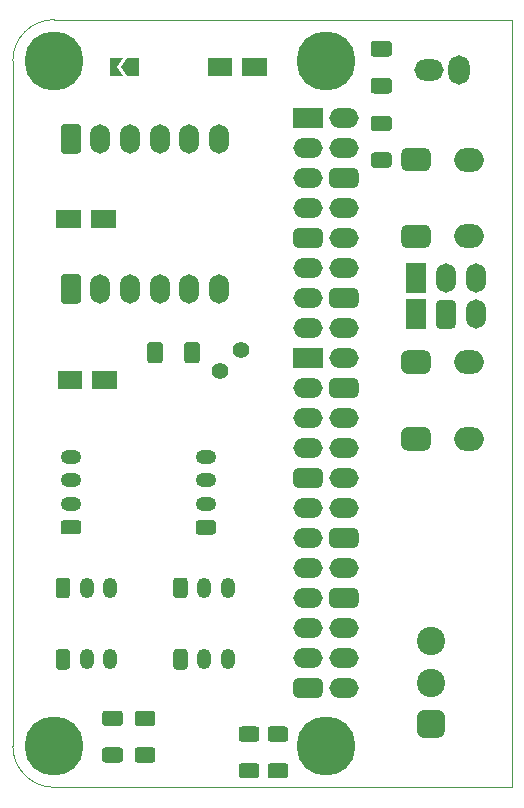
<source format=gbr>
%TF.GenerationSoftware,KiCad,Pcbnew,(5.1.7)-1*%
%TF.CreationDate,2020-11-30T22:01:16+01:00*%
%TF.ProjectId,zerosensor,7a65726f-7365-46e7-936f-722e6b696361,rev?*%
%TF.SameCoordinates,PX761e28cPY7a7afb0*%
%TF.FileFunction,Soldermask,Top*%
%TF.FilePolarity,Negative*%
%FSLAX46Y46*%
G04 Gerber Fmt 4.6, Leading zero omitted, Abs format (unit mm)*
G04 Created by KiCad (PCBNEW (5.1.7)-1) date 2020-11-30 22:01:16*
%MOMM*%
%LPD*%
G01*
G04 APERTURE LIST*
%TA.AperFunction,Profile*%
%ADD10C,0.050000*%
%TD*%
%ADD11O,1.200000X1.750000*%
%ADD12C,1.400000*%
%ADD13C,0.100000*%
%ADD14R,1.500000X1.500000*%
%ADD15O,2.500000X1.700000*%
%ADD16R,2.500000X1.700000*%
%ADD17O,1.750000X1.200000*%
%ADD18O,1.700000X2.500000*%
%ADD19O,2.500000X2.000000*%
%ADD20C,5.000000*%
%ADD21O,2.500000X1.800000*%
%ADD22O,1.800000X2.500000*%
%ADD23R,1.700000X2.500000*%
%ADD24C,2.400000*%
G04 APERTURE END LIST*
D10*
X-38727500Y65000000D02*
G75*
G03*
X-42227500Y61500000I0J-3500000D01*
G01*
X-38727500Y0D02*
G75*
G02*
X-42227500Y3500000I0J3500000D01*
G01*
X2500Y0D02*
X-16997500Y0D01*
X2500Y65000000D02*
X2500Y0D01*
X-16997500Y65000000D02*
X2500Y65000000D01*
X-42227500Y3500000D02*
X-42227500Y61500000D01*
X-16997500Y0D02*
X-38727500Y0D01*
X-38727500Y65000000D02*
X-16997500Y65000000D01*
D11*
%TO.C,AIN4*%
X-24035000Y16882000D03*
X-26035000Y16882000D03*
G36*
G01*
X-28635000Y16256999D02*
X-28635000Y17507001D01*
G75*
G02*
X-28385001Y17757000I249999J0D01*
G01*
X-27684999Y17757000D01*
G75*
G02*
X-27435000Y17507001I0J-249999D01*
G01*
X-27435000Y16256999D01*
G75*
G02*
X-27684999Y16007000I-249999J0D01*
G01*
X-28385001Y16007000D01*
G75*
G02*
X-28635000Y16256999I0J249999D01*
G01*
G37*
%TD*%
%TO.C,R23*%
G36*
G01*
X-20402500Y2050000D02*
X-19152500Y2050000D01*
G75*
G02*
X-18902500Y1800000I0J-250000D01*
G01*
X-18902500Y1000000D01*
G75*
G02*
X-19152500Y750000I-250000J0D01*
G01*
X-20402500Y750000D01*
G75*
G02*
X-20652500Y1000000I0J250000D01*
G01*
X-20652500Y1800000D01*
G75*
G02*
X-20402500Y2050000I250000J0D01*
G01*
G37*
G36*
G01*
X-20402500Y5150000D02*
X-19152500Y5150000D01*
G75*
G02*
X-18902500Y4900000I0J-250000D01*
G01*
X-18902500Y4100000D01*
G75*
G02*
X-19152500Y3850000I-250000J0D01*
G01*
X-20402500Y3850000D01*
G75*
G02*
X-20652500Y4100000I0J250000D01*
G01*
X-20652500Y4900000D01*
G75*
G02*
X-20402500Y5150000I250000J0D01*
G01*
G37*
%TD*%
%TO.C,R22*%
G36*
G01*
X-22852500Y2050000D02*
X-21602500Y2050000D01*
G75*
G02*
X-21352500Y1800000I0J-250000D01*
G01*
X-21352500Y1000000D01*
G75*
G02*
X-21602500Y750000I-250000J0D01*
G01*
X-22852500Y750000D01*
G75*
G02*
X-23102500Y1000000I0J250000D01*
G01*
X-23102500Y1800000D01*
G75*
G02*
X-22852500Y2050000I250000J0D01*
G01*
G37*
G36*
G01*
X-22852500Y5150000D02*
X-21602500Y5150000D01*
G75*
G02*
X-21352500Y4900000I0J-250000D01*
G01*
X-21352500Y4100000D01*
G75*
G02*
X-21602500Y3850000I-250000J0D01*
G01*
X-22852500Y3850000D01*
G75*
G02*
X-23102500Y4100000I0J250000D01*
G01*
X-23102500Y4900000D01*
G75*
G02*
X-22852500Y5150000I250000J0D01*
G01*
G37*
%TD*%
D12*
%TO.C,TP1*%
X-22927500Y37000000D03*
X-24723551Y35203949D03*
%TD*%
D13*
%TO.C,JP4*%
G36*
X-22202500Y61000000D02*
G01*
X-21702500Y61750000D01*
X-20727500Y61750000D01*
X-20727500Y60250000D01*
X-21702500Y60250000D01*
X-22202500Y61000000D01*
G37*
G36*
X-24252500Y61000000D02*
G01*
X-24752500Y60250000D01*
X-25727500Y60250000D01*
X-25727500Y61750000D01*
X-24752500Y61750000D01*
X-24252500Y61000000D01*
G37*
D14*
X-24427500Y61000000D03*
X-22027500Y61000000D03*
%TD*%
%TO.C,C9*%
G36*
G01*
X-27727500Y36149999D02*
X-27727500Y37450001D01*
G75*
G02*
X-27477501Y37700000I249999J0D01*
G01*
X-26652499Y37700000D01*
G75*
G02*
X-26402500Y37450001I0J-249999D01*
G01*
X-26402500Y36149999D01*
G75*
G02*
X-26652499Y35900000I-249999J0D01*
G01*
X-27477501Y35900000D01*
G75*
G02*
X-27727500Y36149999I0J249999D01*
G01*
G37*
G36*
G01*
X-30852500Y36149999D02*
X-30852500Y37450001D01*
G75*
G02*
X-30602501Y37700000I249999J0D01*
G01*
X-29777499Y37700000D01*
G75*
G02*
X-29527500Y37450001I0J-249999D01*
G01*
X-29527500Y36149999D01*
G75*
G02*
X-29777499Y35900000I-249999J0D01*
G01*
X-30602501Y35900000D01*
G75*
G02*
X-30852500Y36149999I0J249999D01*
G01*
G37*
%TD*%
D13*
%TO.C,JP2*%
G36*
X-33052500Y61000000D02*
G01*
X-32552500Y61750000D01*
X-31577500Y61750000D01*
X-31577500Y60250000D01*
X-32552500Y60250000D01*
X-33052500Y61000000D01*
G37*
G36*
X-34027500Y61750000D02*
G01*
X-32877500Y61750000D01*
X-33377500Y61000000D01*
X-32877500Y60250000D01*
X-34027500Y60250000D01*
X-34027500Y61750000D01*
G37*
%TD*%
%TO.C,JP3*%
G36*
X-37052500Y48100000D02*
G01*
X-37552500Y47350000D01*
X-38527500Y47350000D01*
X-38527500Y48850000D01*
X-37552500Y48850000D01*
X-37052500Y48100000D01*
G37*
G36*
X-35002500Y48100000D02*
G01*
X-34502500Y48850000D01*
X-33527500Y48850000D01*
X-33527500Y47350000D01*
X-34502500Y47350000D01*
X-35002500Y48100000D01*
G37*
D14*
X-34827500Y48100000D03*
X-37227500Y48100000D03*
%TD*%
D13*
%TO.C,JP1*%
G36*
X-36952500Y34500000D02*
G01*
X-37452500Y33750000D01*
X-38427500Y33750000D01*
X-38427500Y35250000D01*
X-37452500Y35250000D01*
X-36952500Y34500000D01*
G37*
G36*
X-34902500Y34500000D02*
G01*
X-34402500Y35250000D01*
X-33427500Y35250000D01*
X-33427500Y33750000D01*
X-34402500Y33750000D01*
X-34902500Y34500000D01*
G37*
D14*
X-34727500Y34500000D03*
X-37127500Y34500000D03*
%TD*%
D15*
%TO.C,J2*%
X-14195000Y8415000D03*
G36*
G01*
X-18485000Y7990000D02*
X-18485000Y8840000D01*
G75*
G02*
X-18060000Y9265000I425000J0D01*
G01*
X-16410000Y9265000D01*
G75*
G02*
X-15985000Y8840000I0J-425000D01*
G01*
X-15985000Y7990000D01*
G75*
G02*
X-16410000Y7565000I-425000J0D01*
G01*
X-18060000Y7565000D01*
G75*
G02*
X-18485000Y7990000I0J425000D01*
G01*
G37*
X-14195000Y10955000D03*
X-17235000Y10955000D03*
X-14195000Y13495000D03*
X-17235000Y13495000D03*
G36*
G01*
X-15445000Y15610000D02*
X-15445000Y16460000D01*
G75*
G02*
X-15020000Y16885000I425000J0D01*
G01*
X-13370000Y16885000D01*
G75*
G02*
X-12945000Y16460000I0J-425000D01*
G01*
X-12945000Y15610000D01*
G75*
G02*
X-13370000Y15185000I-425000J0D01*
G01*
X-15020000Y15185000D01*
G75*
G02*
X-15445000Y15610000I0J425000D01*
G01*
G37*
X-17235000Y16035000D03*
X-14195000Y18575000D03*
X-17235000Y18575000D03*
G36*
G01*
X-15445000Y20690000D02*
X-15445000Y21540000D01*
G75*
G02*
X-15020000Y21965000I425000J0D01*
G01*
X-13370000Y21965000D01*
G75*
G02*
X-12945000Y21540000I0J-425000D01*
G01*
X-12945000Y20690000D01*
G75*
G02*
X-13370000Y20265000I-425000J0D01*
G01*
X-15020000Y20265000D01*
G75*
G02*
X-15445000Y20690000I0J425000D01*
G01*
G37*
X-17235000Y21115000D03*
X-14195000Y23655000D03*
X-17235000Y23655000D03*
X-14195000Y26195000D03*
G36*
G01*
X-18485000Y25770000D02*
X-18485000Y26620000D01*
G75*
G02*
X-18060000Y27045000I425000J0D01*
G01*
X-16410000Y27045000D01*
G75*
G02*
X-15985000Y26620000I0J-425000D01*
G01*
X-15985000Y25770000D01*
G75*
G02*
X-16410000Y25345000I-425000J0D01*
G01*
X-18060000Y25345000D01*
G75*
G02*
X-18485000Y25770000I0J425000D01*
G01*
G37*
X-14195000Y28735000D03*
X-17235000Y28735000D03*
X-14195000Y31275000D03*
X-17235000Y31275000D03*
G36*
G01*
X-15445000Y33390000D02*
X-15445000Y34240000D01*
G75*
G02*
X-15020000Y34665000I425000J0D01*
G01*
X-13370000Y34665000D01*
G75*
G02*
X-12945000Y34240000I0J-425000D01*
G01*
X-12945000Y33390000D01*
G75*
G02*
X-13370000Y32965000I-425000J0D01*
G01*
X-15020000Y32965000D01*
G75*
G02*
X-15445000Y33390000I0J425000D01*
G01*
G37*
X-17235000Y33815000D03*
X-14195000Y36355000D03*
D16*
X-17235000Y36355000D03*
D15*
X-14195000Y38895000D03*
X-17235000Y38895000D03*
G36*
G01*
X-15445000Y41010000D02*
X-15445000Y41860000D01*
G75*
G02*
X-15020000Y42285000I425000J0D01*
G01*
X-13370000Y42285000D01*
G75*
G02*
X-12945000Y41860000I0J-425000D01*
G01*
X-12945000Y41010000D01*
G75*
G02*
X-13370000Y40585000I-425000J0D01*
G01*
X-15020000Y40585000D01*
G75*
G02*
X-15445000Y41010000I0J425000D01*
G01*
G37*
X-17235000Y41435000D03*
X-14195000Y43975000D03*
X-17235000Y43975000D03*
X-14195000Y46515000D03*
G36*
G01*
X-18485000Y46090000D02*
X-18485000Y46940000D01*
G75*
G02*
X-18060000Y47365000I425000J0D01*
G01*
X-16410000Y47365000D01*
G75*
G02*
X-15985000Y46940000I0J-425000D01*
G01*
X-15985000Y46090000D01*
G75*
G02*
X-16410000Y45665000I-425000J0D01*
G01*
X-18060000Y45665000D01*
G75*
G02*
X-18485000Y46090000I0J425000D01*
G01*
G37*
X-14195000Y49055000D03*
X-17235000Y49055000D03*
G36*
G01*
X-15445000Y51170000D02*
X-15445000Y52020000D01*
G75*
G02*
X-15020000Y52445000I425000J0D01*
G01*
X-13370000Y52445000D01*
G75*
G02*
X-12945000Y52020000I0J-425000D01*
G01*
X-12945000Y51170000D01*
G75*
G02*
X-13370000Y50745000I-425000J0D01*
G01*
X-15020000Y50745000D01*
G75*
G02*
X-15445000Y51170000I0J425000D01*
G01*
G37*
X-17235000Y51595000D03*
X-14195000Y54135000D03*
X-17235000Y54135000D03*
X-14195000Y56675000D03*
D16*
X-17235000Y56675000D03*
%TD*%
%TO.C,C6*%
G36*
G01*
X-11677501Y60062500D02*
X-10377499Y60062500D01*
G75*
G02*
X-10127500Y59812501I0J-249999D01*
G01*
X-10127500Y58987499D01*
G75*
G02*
X-10377499Y58737500I-249999J0D01*
G01*
X-11677501Y58737500D01*
G75*
G02*
X-11927500Y58987499I0J249999D01*
G01*
X-11927500Y59812501D01*
G75*
G02*
X-11677501Y60062500I249999J0D01*
G01*
G37*
G36*
G01*
X-11677501Y63187500D02*
X-10377499Y63187500D01*
G75*
G02*
X-10127500Y62937501I0J-249999D01*
G01*
X-10127500Y62112499D01*
G75*
G02*
X-10377499Y61862500I-249999J0D01*
G01*
X-11677501Y61862500D01*
G75*
G02*
X-11927500Y62112499I0J249999D01*
G01*
X-11927500Y62937501D01*
G75*
G02*
X-11677501Y63187500I249999J0D01*
G01*
G37*
%TD*%
%TO.C,R16*%
G36*
G01*
X-34410000Y3382000D02*
X-33160000Y3382000D01*
G75*
G02*
X-32910000Y3132000I0J-250000D01*
G01*
X-32910000Y2332000D01*
G75*
G02*
X-33160000Y2082000I-250000J0D01*
G01*
X-34410000Y2082000D01*
G75*
G02*
X-34660000Y2332000I0J250000D01*
G01*
X-34660000Y3132000D01*
G75*
G02*
X-34410000Y3382000I250000J0D01*
G01*
G37*
G36*
G01*
X-34410000Y6482000D02*
X-33160000Y6482000D01*
G75*
G02*
X-32910000Y6232000I0J-250000D01*
G01*
X-32910000Y5432000D01*
G75*
G02*
X-33160000Y5182000I-250000J0D01*
G01*
X-34410000Y5182000D01*
G75*
G02*
X-34660000Y5432000I0J250000D01*
G01*
X-34660000Y6232000D01*
G75*
G02*
X-34410000Y6482000I250000J0D01*
G01*
G37*
%TD*%
%TO.C,R15*%
G36*
G01*
X-31652500Y3382000D02*
X-30402500Y3382000D01*
G75*
G02*
X-30152500Y3132000I0J-250000D01*
G01*
X-30152500Y2332000D01*
G75*
G02*
X-30402500Y2082000I-250000J0D01*
G01*
X-31652500Y2082000D01*
G75*
G02*
X-31902500Y2332000I0J250000D01*
G01*
X-31902500Y3132000D01*
G75*
G02*
X-31652500Y3382000I250000J0D01*
G01*
G37*
G36*
G01*
X-31652500Y6482000D02*
X-30402500Y6482000D01*
G75*
G02*
X-30152500Y6232000I0J-250000D01*
G01*
X-30152500Y5432000D01*
G75*
G02*
X-30402500Y5182000I-250000J0D01*
G01*
X-31652500Y5182000D01*
G75*
G02*
X-31902500Y5432000I0J250000D01*
G01*
X-31902500Y6232000D01*
G75*
G02*
X-31652500Y6482000I250000J0D01*
G01*
G37*
%TD*%
D11*
%TO.C,AIN3*%
X-33985000Y16882000D03*
X-35985000Y16882000D03*
G36*
G01*
X-38585000Y16256999D02*
X-38585000Y17507001D01*
G75*
G02*
X-38335001Y17757000I249999J0D01*
G01*
X-37634999Y17757000D01*
G75*
G02*
X-37385000Y17507001I0J-249999D01*
G01*
X-37385000Y16256999D01*
G75*
G02*
X-37634999Y16007000I-249999J0D01*
G01*
X-38335001Y16007000D01*
G75*
G02*
X-38585000Y16256999I0J249999D01*
G01*
G37*
%TD*%
%TO.C,AIN1*%
X-24035000Y10832000D03*
X-26035000Y10832000D03*
G36*
G01*
X-28635000Y10206999D02*
X-28635000Y11457001D01*
G75*
G02*
X-28385001Y11707000I249999J0D01*
G01*
X-27684999Y11707000D01*
G75*
G02*
X-27435000Y11457001I0J-249999D01*
G01*
X-27435000Y10206999D01*
G75*
G02*
X-27684999Y9957000I-249999J0D01*
G01*
X-28385001Y9957000D01*
G75*
G02*
X-28635000Y10206999I0J249999D01*
G01*
G37*
%TD*%
%TO.C,AIN2*%
X-33985000Y10832000D03*
X-35985000Y10832000D03*
G36*
G01*
X-38585000Y10206999D02*
X-38585000Y11457001D01*
G75*
G02*
X-38335001Y11707000I249999J0D01*
G01*
X-37634999Y11707000D01*
G75*
G02*
X-37385000Y11457001I0J-249999D01*
G01*
X-37385000Y10206999D01*
G75*
G02*
X-37634999Y9957000I-249999J0D01*
G01*
X-38335001Y9957000D01*
G75*
G02*
X-38585000Y10206999I0J249999D01*
G01*
G37*
%TD*%
D17*
%TO.C,UART1*%
X-25875000Y27997000D03*
X-25875000Y25997000D03*
X-25875000Y23997000D03*
G36*
G01*
X-25249999Y21397000D02*
X-26500001Y21397000D01*
G75*
G02*
X-26750000Y21646999I0J249999D01*
G01*
X-26750000Y22347001D01*
G75*
G02*
X-26500001Y22597000I249999J0D01*
G01*
X-25249999Y22597000D01*
G75*
G02*
X-25000000Y22347001I0J-249999D01*
G01*
X-25000000Y21646999D01*
G75*
G02*
X-25249999Y21397000I-249999J0D01*
G01*
G37*
%TD*%
%TO.C,I2C1*%
X-37305000Y28004000D03*
X-37305000Y26004000D03*
X-37305000Y24004000D03*
G36*
G01*
X-36679999Y21404000D02*
X-37930001Y21404000D01*
G75*
G02*
X-38180000Y21653999I0J249999D01*
G01*
X-38180000Y22354001D01*
G75*
G02*
X-37930001Y22604000I249999J0D01*
G01*
X-36679999Y22604000D01*
G75*
G02*
X-36430000Y22354001I0J-249999D01*
G01*
X-36430000Y21653999D01*
G75*
G02*
X-36679999Y21404000I-249999J0D01*
G01*
G37*
%TD*%
D18*
%TO.C,SPI2*%
X-24805000Y42197000D03*
X-27305000Y42197000D03*
X-29805000Y42197000D03*
X-32305000Y42197000D03*
X-34805000Y42197000D03*
G36*
G01*
X-38155000Y41196900D02*
X-38155000Y43197100D01*
G75*
G02*
X-37905100Y43447000I249900J0D01*
G01*
X-36704900Y43447000D01*
G75*
G02*
X-36455000Y43197100I0J-249900D01*
G01*
X-36455000Y41196900D01*
G75*
G02*
X-36704900Y40947000I-249900J0D01*
G01*
X-37905100Y40947000D01*
G75*
G02*
X-38155000Y41196900I0J249900D01*
G01*
G37*
%TD*%
%TO.C,SW2*%
G36*
G01*
X-6845000Y53642000D02*
X-6845000Y52642000D01*
G75*
G02*
X-7345000Y52142000I-500000J0D01*
G01*
X-8845000Y52142000D01*
G75*
G02*
X-9345000Y52642000I0J500000D01*
G01*
X-9345000Y53642000D01*
G75*
G02*
X-8845000Y54142000I500000J0D01*
G01*
X-7345000Y54142000D01*
G75*
G02*
X-6845000Y53642000I0J-500000D01*
G01*
G37*
D19*
X-3595000Y53142000D03*
G36*
G01*
X-6845000Y47142000D02*
X-6845000Y46142000D01*
G75*
G02*
X-7345000Y45642000I-500000J0D01*
G01*
X-8845000Y45642000D01*
G75*
G02*
X-9345000Y46142000I0J500000D01*
G01*
X-9345000Y47142000D01*
G75*
G02*
X-8845000Y47642000I500000J0D01*
G01*
X-7345000Y47642000D01*
G75*
G02*
X-6845000Y47142000I0J-500000D01*
G01*
G37*
X-3595000Y46642000D03*
%TD*%
%TO.C,SW1*%
G36*
G01*
X-6845000Y36497000D02*
X-6845000Y35497000D01*
G75*
G02*
X-7345000Y34997000I-500000J0D01*
G01*
X-8845000Y34997000D01*
G75*
G02*
X-9345000Y35497000I0J500000D01*
G01*
X-9345000Y36497000D01*
G75*
G02*
X-8845000Y36997000I500000J0D01*
G01*
X-7345000Y36997000D01*
G75*
G02*
X-6845000Y36497000I0J-500000D01*
G01*
G37*
X-3595000Y35997000D03*
G36*
G01*
X-6845000Y29997000D02*
X-6845000Y28997000D01*
G75*
G02*
X-7345000Y28497000I-500000J0D01*
G01*
X-8845000Y28497000D01*
G75*
G02*
X-9345000Y28997000I0J500000D01*
G01*
X-9345000Y29997000D01*
G75*
G02*
X-8845000Y30497000I500000J0D01*
G01*
X-7345000Y30497000D01*
G75*
G02*
X-6845000Y29997000I0J-500000D01*
G01*
G37*
X-3595000Y29497000D03*
%TD*%
D20*
%TO.C,REF\u002A\u002A*%
X-38727500Y3462000D03*
%TD*%
%TO.C,REF\u002A\u002A*%
X-38727500Y61501000D03*
%TD*%
D21*
%TO.C,D1*%
X-7025000Y60700000D03*
D22*
X-4485000Y60700000D03*
%TD*%
D18*
%TO.C,SPI1*%
X-24805000Y54897000D03*
X-27305000Y54897000D03*
X-29805000Y54897000D03*
X-32305000Y54897000D03*
X-34805000Y54897000D03*
G36*
G01*
X-38155000Y53896900D02*
X-38155000Y55897100D01*
G75*
G02*
X-37905100Y56147000I249900J0D01*
G01*
X-36704900Y56147000D01*
G75*
G02*
X-36455000Y55897100I0J-249900D01*
G01*
X-36455000Y53896900D01*
G75*
G02*
X-36704900Y53647000I-249900J0D01*
G01*
X-37905100Y53647000D01*
G75*
G02*
X-38155000Y53896900I0J249900D01*
G01*
G37*
%TD*%
D23*
%TO.C,I2S1*%
X-8095000Y40042000D03*
X-8095000Y43082000D03*
G36*
G01*
X-5980000Y41292000D02*
X-5130000Y41292000D01*
G75*
G02*
X-4705000Y40867000I0J-425000D01*
G01*
X-4705000Y39217000D01*
G75*
G02*
X-5130000Y38792000I-425000J0D01*
G01*
X-5980000Y38792000D01*
G75*
G02*
X-6405000Y39217000I0J425000D01*
G01*
X-6405000Y40867000D01*
G75*
G02*
X-5980000Y41292000I425000J0D01*
G01*
G37*
D18*
X-5555000Y43082000D03*
X-3015000Y40042000D03*
X-3015000Y43082000D03*
%TD*%
%TO.C,R4*%
G36*
G01*
X-11652501Y53750000D02*
X-10402499Y53750000D01*
G75*
G02*
X-10152500Y53500001I0J-249999D01*
G01*
X-10152500Y52699999D01*
G75*
G02*
X-10402499Y52450000I-249999J0D01*
G01*
X-11652501Y52450000D01*
G75*
G02*
X-11902500Y52699999I0J249999D01*
G01*
X-11902500Y53500001D01*
G75*
G02*
X-11652501Y53750000I249999J0D01*
G01*
G37*
G36*
G01*
X-11652501Y56850000D02*
X-10402499Y56850000D01*
G75*
G02*
X-10152500Y56600001I0J-249999D01*
G01*
X-10152500Y55799999D01*
G75*
G02*
X-10402499Y55550000I-249999J0D01*
G01*
X-11652501Y55550000D01*
G75*
G02*
X-11902500Y55799999I0J249999D01*
G01*
X-11902500Y56600001D01*
G75*
G02*
X-11652501Y56850000I249999J0D01*
G01*
G37*
%TD*%
D20*
%TO.C,REF\u002A\u002A*%
X-15727500Y3462000D03*
%TD*%
%TO.C,REF\u002A\u002A*%
X-15727500Y61501000D03*
%TD*%
D24*
%TO.C,J5*%
X-6825000Y12367000D03*
X-6825000Y8867000D03*
G36*
G01*
X-6225000Y4167000D02*
X-7425000Y4167000D01*
G75*
G02*
X-8025000Y4767000I0J600000D01*
G01*
X-8025000Y5967000D01*
G75*
G02*
X-7425000Y6567000I600000J0D01*
G01*
X-6225000Y6567000D01*
G75*
G02*
X-5625000Y5967000I0J-600000D01*
G01*
X-5625000Y4767000D01*
G75*
G02*
X-6225000Y4167000I-600000J0D01*
G01*
G37*
%TD*%
M02*

</source>
